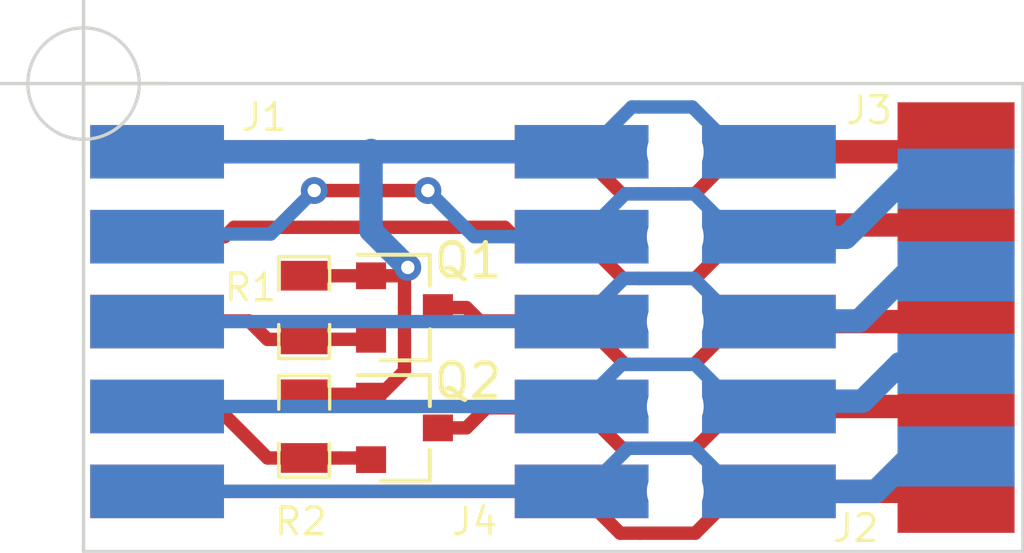
<source format=kicad_pcb>
(kicad_pcb (version 20171130) (host pcbnew 5.0.2-bee76a0~70~ubuntu16.04.1)

  (general
    (thickness 1.6)
    (drawings 5)
    (tracks 134)
    (zones 0)
    (modules 9)
    (nets 13)
  )

  (page USLetter)
  (title_block
    (title "Hermes-Lite DB9 Adapter")
    (date 2019-11-25)
    (rev 1.0)
    (company SofterHardware)
    (comment 1 "Steve Haynal KF7O")
  )

  (layers
    (0 F.Cu signal)
    (31 B.Cu signal)
    (32 B.Adhes user)
    (33 F.Adhes user)
    (34 B.Paste user)
    (35 F.Paste user)
    (36 B.SilkS user)
    (37 F.SilkS user)
    (38 B.Mask user)
    (39 F.Mask user)
    (40 Dwgs.User user hide)
    (41 Cmts.User user)
    (42 Eco1.User user)
    (43 Eco2.User user)
    (44 Edge.Cuts user)
    (45 Margin user)
    (46 B.CrtYd user)
    (47 F.CrtYd user hide)
    (48 B.Fab user)
    (49 F.Fab user hide)
  )

  (setup
    (last_trace_width 0.7)
    (user_trace_width 0.4)
    (user_trace_width 0.7)
    (trace_clearance 0.2)
    (zone_clearance 0.508)
    (zone_45_only no)
    (trace_min 0.2)
    (segment_width 0.2)
    (edge_width 0.1)
    (via_size 0.8)
    (via_drill 0.4)
    (via_min_size 0.4)
    (via_min_drill 0.3)
    (uvia_size 0.3)
    (uvia_drill 0.1)
    (uvias_allowed no)
    (uvia_min_size 0.2)
    (uvia_min_drill 0.1)
    (pcb_text_width 0.3)
    (pcb_text_size 1.5 1.5)
    (mod_edge_width 0.15)
    (mod_text_size 1 1)
    (mod_text_width 0.15)
    (pad_size 1.5 1.5)
    (pad_drill 0.6)
    (pad_to_mask_clearance 0)
    (solder_mask_min_width 0.25)
    (aux_axis_origin 142.9 61)
    (visible_elements FFFFFF7F)
    (pcbplotparams
      (layerselection 0x010fc_ffffffff)
      (usegerberextensions false)
      (usegerberattributes false)
      (usegerberadvancedattributes false)
      (creategerberjobfile false)
      (excludeedgelayer true)
      (linewidth 0.100000)
      (plotframeref false)
      (viasonmask false)
      (mode 1)
      (useauxorigin false)
      (hpglpennumber 1)
      (hpglpenspeed 20)
      (hpglpendiameter 15.000000)
      (psnegative false)
      (psa4output false)
      (plotreference true)
      (plotvalue true)
      (plotinvisibletext false)
      (padsonsilk false)
      (subtractmaskfromsilk false)
      (outputformat 1)
      (mirror false)
      (drillshape 1)
      (scaleselection 1)
      (outputdirectory ""))
  )

  (net 0 "")
  (net 1 VCC)
  (net 2 "Net-(J1-Pad9)")
  (net 3 "Net-(J1-Pad8)")
  (net 4 "Net-(J1-Pad7)")
  (net 5 "Net-(J1-Pad6)")
  (net 6 GNDS)
  (net 7 "Net-(J1-Pad4)")
  (net 8 "Net-(J1-Pad3)")
  (net 9 "Net-(J1-Pad2)")
  (net 10 "Net-(J1-Pad1)")
  (net 11 "Net-(J2-Pad2)")
  (net 12 "Net-(J2-Pad3)")

  (net_class Default "This is the default net class."
    (clearance 0.2)
    (trace_width 0.25)
    (via_dia 0.8)
    (via_drill 0.4)
    (uvia_dia 0.3)
    (uvia_drill 0.1)
    (add_net GNDS)
    (add_net "Net-(J1-Pad1)")
    (add_net "Net-(J1-Pad2)")
    (add_net "Net-(J1-Pad3)")
    (add_net "Net-(J1-Pad4)")
    (add_net "Net-(J1-Pad6)")
    (add_net "Net-(J1-Pad7)")
    (add_net "Net-(J1-Pad8)")
    (add_net "Net-(J1-Pad9)")
    (add_net "Net-(J2-Pad2)")
    (add_net "Net-(J2-Pad3)")
    (add_net VCC)
  )

  (module HERMESLITE:edge10 (layer F.Cu) (tedit 5DDE0003) (tstamp 5DEA7F15)
    (at 157.8 73.2 270)
    (path /5DDE161C)
    (fp_text reference J4 (at 0.9 3.2) (layer F.SilkS)
      (effects (font (size 0.8 0.8) (thickness 0.1)))
    )
    (fp_text value edge10 (at 2.9 5.6) (layer F.Fab)
      (effects (font (size 1 1) (thickness 0.15)))
    )
    (pad 1 smd rect (at 0 0 270) (size 1.6 4) (layers F.Cu F.Paste F.Mask)
      (net 10 "Net-(J1-Pad1)"))
    (pad 2 smd rect (at -2.54 0 270) (size 1.6 4) (layers F.Cu F.Paste F.Mask)
      (net 11 "Net-(J2-Pad2)"))
    (pad 3 smd rect (at -5.08 0 270) (size 1.6 4) (layers F.Cu F.Paste F.Mask)
      (net 12 "Net-(J2-Pad3)"))
    (pad 4 smd rect (at -7.62 0 270) (size 1.6 4) (layers F.Cu F.Paste F.Mask)
      (net 7 "Net-(J1-Pad4)"))
    (pad 5 smd rect (at -10.16 0 270) (size 1.6 4) (layers F.Cu F.Paste F.Mask)
      (net 6 GNDS))
    (pad 6 smd rect (at 0 0 270) (size 1.6 4) (layers B.Cu B.Paste B.Mask)
      (net 5 "Net-(J1-Pad6)"))
    (pad 7 smd rect (at -2.54 0 270) (size 1.6 4) (layers B.Cu B.Paste B.Mask)
      (net 4 "Net-(J1-Pad7)"))
    (pad 8 smd rect (at -5.08 0 270) (size 1.6 4) (layers B.Cu B.Paste B.Mask)
      (net 3 "Net-(J1-Pad8)"))
    (pad 9 smd rect (at -7.62 0 270) (size 1.6 4) (layers B.Cu B.Paste B.Mask)
      (net 2 "Net-(J1-Pad9)"))
    (pad 10 smd rect (at -10.16 0 270) (size 1.6 4) (layers B.Cu B.Paste B.Mask)
      (net 1 VCC))
  )

  (module HERMESLITE:edge10 (layer F.Cu) (tedit 5DDE0013) (tstamp 5DE9521D)
    (at 145.1 73.2 270)
    (path /5DE0F30F)
    (fp_text reference J1 (at -11.2 -3.2) (layer F.SilkS)
      (effects (font (size 0.8 0.8) (thickness 0.1)))
    )
    (fp_text value edge10 (at 3.4 0.7) (layer F.Fab)
      (effects (font (size 1 1) (thickness 0.15)))
    )
    (pad 10 smd rect (at -10.16 0 270) (size 1.6 4) (layers B.Cu B.Paste B.Mask)
      (net 1 VCC))
    (pad 9 smd rect (at -7.62 0 270) (size 1.6 4) (layers B.Cu B.Paste B.Mask)
      (net 2 "Net-(J1-Pad9)"))
    (pad 8 smd rect (at -5.08 0 270) (size 1.6 4) (layers B.Cu B.Paste B.Mask)
      (net 3 "Net-(J1-Pad8)"))
    (pad 7 smd rect (at -2.54 0 270) (size 1.6 4) (layers B.Cu B.Paste B.Mask)
      (net 4 "Net-(J1-Pad7)"))
    (pad 6 smd rect (at 0 0 270) (size 1.6 4) (layers B.Cu B.Paste B.Mask)
      (net 5 "Net-(J1-Pad6)"))
    (pad 5 smd rect (at -10.16 0 270) (size 1.6 4) (layers F.Cu F.Paste F.Mask)
      (net 6 GNDS))
    (pad 4 smd rect (at -7.62 0 270) (size 1.6 4) (layers F.Cu F.Paste F.Mask)
      (net 7 "Net-(J1-Pad4)"))
    (pad 3 smd rect (at -5.08 0 270) (size 1.6 4) (layers F.Cu F.Paste F.Mask)
      (net 8 "Net-(J1-Pad3)"))
    (pad 2 smd rect (at -2.54 0 270) (size 1.6 4) (layers F.Cu F.Paste F.Mask)
      (net 9 "Net-(J1-Pad2)"))
    (pad 1 smd rect (at 0 0 270) (size 1.6 4) (layers F.Cu F.Paste F.Mask)
      (net 10 "Net-(J1-Pad1)"))
  )

  (module HERMESLITE:edge10 (layer F.Cu) (tedit 5DDE002A) (tstamp 5DEA8436)
    (at 163.4 73.2 270)
    (path /5DE09D42)
    (fp_text reference J2 (at 1.1 -2.6) (layer F.SilkS)
      (effects (font (size 0.8 0.8) (thickness 0.1)))
    )
    (fp_text value edge10 (at 0 3 270) (layer F.Fab)
      (effects (font (size 1 1) (thickness 0.15)))
    )
    (pad 1 smd rect (at 0 0 270) (size 1.6 4) (layers F.Cu F.Paste F.Mask)
      (net 10 "Net-(J1-Pad1)"))
    (pad 2 smd rect (at -2.54 0 270) (size 1.6 4) (layers F.Cu F.Paste F.Mask)
      (net 11 "Net-(J2-Pad2)"))
    (pad 3 smd rect (at -5.08 0 270) (size 1.6 4) (layers F.Cu F.Paste F.Mask)
      (net 12 "Net-(J2-Pad3)"))
    (pad 4 smd rect (at -7.62 0 270) (size 1.6 4) (layers F.Cu F.Paste F.Mask)
      (net 7 "Net-(J1-Pad4)"))
    (pad 5 smd rect (at -10.16 0 270) (size 1.6 4) (layers F.Cu F.Paste F.Mask)
      (net 6 GNDS))
    (pad 6 smd rect (at 0 0 270) (size 1.6 4) (layers B.Cu B.Paste B.Mask)
      (net 5 "Net-(J1-Pad6)"))
    (pad 7 smd rect (at -2.54 0 270) (size 1.6 4) (layers B.Cu B.Paste B.Mask)
      (net 4 "Net-(J1-Pad7)"))
    (pad 8 smd rect (at -5.08 0 270) (size 1.6 4) (layers B.Cu B.Paste B.Mask)
      (net 3 "Net-(J1-Pad8)"))
    (pad 9 smd rect (at -7.62 0 270) (size 1.6 4) (layers B.Cu B.Paste B.Mask)
      (net 2 "Net-(J1-Pad9)"))
    (pad 10 smd rect (at -10.16 0 270) (size 1.6 4) (layers B.Cu B.Paste B.Mask)
      (net 1 VCC))
  )

  (module HERMESLITE:db9edge (layer F.Cu) (tedit 5DDE001F) (tstamp 5DE94F0F)
    (at 169 73.54 270)
    (path /5DDFB93C)
    (fp_text reference J3 (at -11.74 2.6) (layer F.SilkS)
      (effects (font (size 0.8 0.8) (thickness 0.1)))
    )
    (fp_text value DB9_Male (at 2.56 -1.3) (layer F.Fab)
      (effects (font (size 1 1) (thickness 0.15)))
    )
    (pad 1 smd rect (at 0 0 270) (size 1.8 3.5) (layers F.Cu F.Paste F.Mask)
      (net 10 "Net-(J1-Pad1)"))
    (pad 2 smd rect (at -2.77 0 270) (size 1.8 3.5) (layers F.Cu F.Paste F.Mask)
      (net 11 "Net-(J2-Pad2)"))
    (pad 3 smd rect (at -5.54 0 270) (size 1.8 3.5) (layers F.Cu F.Paste F.Mask)
      (net 12 "Net-(J2-Pad3)"))
    (pad 4 smd rect (at -8.31 0 270) (size 1.8 3.5) (layers F.Cu F.Paste F.Mask)
      (net 7 "Net-(J1-Pad4)"))
    (pad 5 smd rect (at -11.08 0 270) (size 1.8 3.5) (layers F.Cu F.Paste F.Mask)
      (net 6 GNDS))
    (pad 6 smd rect (at -1.385 0 270) (size 1.8 3.5) (layers B.Cu B.Paste B.Mask)
      (net 5 "Net-(J1-Pad6)"))
    (pad 7 smd rect (at -4.155 0 270) (size 1.8 3.5) (layers B.Cu B.Paste B.Mask)
      (net 4 "Net-(J1-Pad7)"))
    (pad 8 smd rect (at -6.925 0 270) (size 1.8 3.5) (layers B.Cu B.Paste B.Mask)
      (net 3 "Net-(J1-Pad8)"))
    (pad 9 smd rect (at -9.695 0 270) (size 1.8 3.5) (layers B.Cu B.Paste B.Mask)
      (net 2 "Net-(J1-Pad9)"))
  )

  (module Package_TO_SOT_SMD:SOT-23 (layer F.Cu) (tedit 5DDDF91D) (tstamp 5DEA815B)
    (at 152.5 67.7)
    (descr "SOT-23, Standard")
    (tags SOT-23)
    (path /5DE0E5CA)
    (attr smd)
    (fp_text reference Q1 (at 1.9 -1.4) (layer F.SilkS)
      (effects (font (size 1 1) (thickness 0.15)))
    )
    (fp_text value BSS138 (at 0 2.5) (layer F.Fab) hide
      (effects (font (size 1 1) (thickness 0.15)))
    )
    (fp_line (start 0.76 1.58) (end -0.7 1.58) (layer F.SilkS) (width 0.12))
    (fp_line (start 0.76 -1.58) (end -1.4 -1.58) (layer F.SilkS) (width 0.12))
    (fp_line (start -1.7 1.75) (end -1.7 -1.75) (layer F.CrtYd) (width 0.05))
    (fp_line (start 1.7 1.75) (end -1.7 1.75) (layer F.CrtYd) (width 0.05))
    (fp_line (start 1.7 -1.75) (end 1.7 1.75) (layer F.CrtYd) (width 0.05))
    (fp_line (start -1.7 -1.75) (end 1.7 -1.75) (layer F.CrtYd) (width 0.05))
    (fp_line (start 0.76 -1.58) (end 0.76 -0.65) (layer F.SilkS) (width 0.12))
    (fp_line (start 0.76 1.58) (end 0.76 0.65) (layer F.SilkS) (width 0.12))
    (fp_line (start -0.7 1.52) (end 0.7 1.52) (layer F.Fab) (width 0.1))
    (fp_line (start 0.7 -1.52) (end 0.7 1.52) (layer F.Fab) (width 0.1))
    (fp_line (start -0.7 -0.95) (end -0.15 -1.52) (layer F.Fab) (width 0.1))
    (fp_line (start -0.15 -1.52) (end 0.7 -1.52) (layer F.Fab) (width 0.1))
    (fp_line (start -0.7 -0.95) (end -0.7 1.5) (layer F.Fab) (width 0.1))
    (fp_text user %R (at 0 0 90) (layer F.Fab)
      (effects (font (size 0.5 0.5) (thickness 0.075)))
    )
    (pad 3 smd rect (at 1 0) (size 0.9 0.8) (layers F.Cu F.Paste F.Mask)
      (net 12 "Net-(J2-Pad3)"))
    (pad 2 smd rect (at -1 0.95) (size 0.9 0.8) (layers F.Cu F.Paste F.Mask)
      (net 8 "Net-(J1-Pad3)"))
    (pad 1 smd rect (at -1 -0.95) (size 0.9 0.8) (layers F.Cu F.Paste F.Mask)
      (net 1 VCC))
    (model ${KISYS3DMOD}/Package_TO_SOT_SMD.3dshapes/SOT-23.wrl
      (at (xyz 0 0 0))
      (scale (xyz 1 1 1))
      (rotate (xyz 0 0 0))
    )
  )

  (module Package_TO_SOT_SMD:SOT-23 (layer F.Cu) (tedit 5DDDF925) (tstamp 5DEA81FD)
    (at 152.5 71.3)
    (descr "SOT-23, Standard")
    (tags SOT-23)
    (path /5DE2863E)
    (attr smd)
    (fp_text reference Q2 (at 1.9 -1.4) (layer F.SilkS)
      (effects (font (size 1 1) (thickness 0.15)))
    )
    (fp_text value BSS138 (at 0 2.5) (layer F.Fab) hide
      (effects (font (size 1 1) (thickness 0.15)))
    )
    (fp_text user %R (at 0 0 90) (layer F.Fab)
      (effects (font (size 0.5 0.5) (thickness 0.075)))
    )
    (fp_line (start -0.7 -0.95) (end -0.7 1.5) (layer F.Fab) (width 0.1))
    (fp_line (start -0.15 -1.52) (end 0.7 -1.52) (layer F.Fab) (width 0.1))
    (fp_line (start -0.7 -0.95) (end -0.15 -1.52) (layer F.Fab) (width 0.1))
    (fp_line (start 0.7 -1.52) (end 0.7 1.52) (layer F.Fab) (width 0.1))
    (fp_line (start -0.7 1.52) (end 0.7 1.52) (layer F.Fab) (width 0.1))
    (fp_line (start 0.76 1.58) (end 0.76 0.65) (layer F.SilkS) (width 0.12))
    (fp_line (start 0.76 -1.58) (end 0.76 -0.65) (layer F.SilkS) (width 0.12))
    (fp_line (start -1.7 -1.75) (end 1.7 -1.75) (layer F.CrtYd) (width 0.05))
    (fp_line (start 1.7 -1.75) (end 1.7 1.75) (layer F.CrtYd) (width 0.05))
    (fp_line (start 1.7 1.75) (end -1.7 1.75) (layer F.CrtYd) (width 0.05))
    (fp_line (start -1.7 1.75) (end -1.7 -1.75) (layer F.CrtYd) (width 0.05))
    (fp_line (start 0.76 -1.58) (end -1.4 -1.58) (layer F.SilkS) (width 0.12))
    (fp_line (start 0.76 1.58) (end -0.7 1.58) (layer F.SilkS) (width 0.12))
    (pad 1 smd rect (at -1 -0.95) (size 0.9 0.8) (layers F.Cu F.Paste F.Mask)
      (net 1 VCC))
    (pad 2 smd rect (at -1 0.95) (size 0.9 0.8) (layers F.Cu F.Paste F.Mask)
      (net 9 "Net-(J1-Pad2)"))
    (pad 3 smd rect (at 1 0) (size 0.9 0.8) (layers F.Cu F.Paste F.Mask)
      (net 11 "Net-(J2-Pad2)"))
    (model ${KISYS3DMOD}/Package_TO_SOT_SMD.3dshapes/SOT-23.wrl
      (at (xyz 0 0 0))
      (scale (xyz 1 1 1))
      (rotate (xyz 0 0 0))
    )
  )

  (module HERMESLITE:SMD-0805 (layer F.Cu) (tedit 5796CB05) (tstamp 5DEA8481)
    (at 149.5 67.7 270)
    (path /5DE0E5C4)
    (attr smd)
    (fp_text reference R1 (at -0.6 1.6) (layer F.SilkS)
      (effects (font (size 0.8 0.8) (thickness 0.1)))
    )
    (fp_text value 10K (at 0 0.381 270) (layer F.SilkS) hide
      (effects (font (size 0.8 0.8) (thickness 0.1)))
    )
    (fp_line (start 1.524 0.762) (end 0.508 0.762) (layer F.SilkS) (width 0.1))
    (fp_line (start 1.524 -0.762) (end 1.524 0.762) (layer F.SilkS) (width 0.1))
    (fp_line (start 0.508 -0.762) (end 1.524 -0.762) (layer F.SilkS) (width 0.1))
    (fp_line (start -1.524 -0.762) (end -0.508 -0.762) (layer F.SilkS) (width 0.1))
    (fp_line (start -1.524 0.762) (end -1.524 -0.762) (layer F.SilkS) (width 0.1))
    (fp_line (start -0.508 0.762) (end -1.524 0.762) (layer F.SilkS) (width 0.1))
    (pad 2 smd rect (at 0.9525 0 270) (size 0.889 1.397) (layers F.Cu F.Paste F.Mask)
      (net 8 "Net-(J1-Pad3)"))
    (pad 1 smd rect (at -0.9525 0 270) (size 0.889 1.397) (layers F.Cu F.Paste F.Mask)
      (net 1 VCC))
    (model smd/chip_cms.wrl
      (at (xyz 0 0 0))
      (scale (xyz 0.1 0.1 0.1))
      (rotate (xyz 0 0 0))
    )
  )

  (module HERMESLITE:SMD-0805 (layer F.Cu) (tedit 5796CB05) (tstamp 5DE94F51)
    (at 149.5 71.2475 270)
    (path /5DE28638)
    (attr smd)
    (fp_text reference R2 (at 2.8525 0.1) (layer F.SilkS)
      (effects (font (size 0.8 0.8) (thickness 0.1)))
    )
    (fp_text value 10K (at 0 0.381 270) (layer F.SilkS) hide
      (effects (font (size 0.8 0.8) (thickness 0.1)))
    )
    (fp_line (start -0.508 0.762) (end -1.524 0.762) (layer F.SilkS) (width 0.1))
    (fp_line (start -1.524 0.762) (end -1.524 -0.762) (layer F.SilkS) (width 0.1))
    (fp_line (start -1.524 -0.762) (end -0.508 -0.762) (layer F.SilkS) (width 0.1))
    (fp_line (start 0.508 -0.762) (end 1.524 -0.762) (layer F.SilkS) (width 0.1))
    (fp_line (start 1.524 -0.762) (end 1.524 0.762) (layer F.SilkS) (width 0.1))
    (fp_line (start 1.524 0.762) (end 0.508 0.762) (layer F.SilkS) (width 0.1))
    (pad 1 smd rect (at -0.9525 0 270) (size 0.889 1.397) (layers F.Cu F.Paste F.Mask)
      (net 1 VCC))
    (pad 2 smd rect (at 0.9525 0 270) (size 0.889 1.397) (layers F.Cu F.Paste F.Mask)
      (net 9 "Net-(J1-Pad2)"))
    (model smd/chip_cms.wrl
      (at (xyz 0 0 0))
      (scale (xyz 0.1 0.1 0.1))
      (rotate (xyz 0 0 0))
    )
  )

  (module HERMESLITE:break10 (layer F.Cu) (tedit 5DDE0036) (tstamp 5DE95F58)
    (at 160.6 73.2)
    (fp_text reference B1 (at -6 -11.4) (layer F.SilkS) hide
      (effects (font (size 1 1) (thickness 0.15)))
    )
    (fp_text value break10 (at 0 2.54) (layer F.Fab)
      (effects (font (size 1 1) (thickness 0.15)))
    )
    (pad "" np_thru_hole circle (at 0 -10.16) (size 1.7 1.7) (drill 1.7) (layers *.Cu *.Mask))
    (pad "" np_thru_hole circle (at 0 -7.62) (size 1.7 1.7) (drill 1.7) (layers *.Cu *.Mask))
    (pad "" np_thru_hole circle (at 0 -5.08) (size 1.7 1.7) (drill 1.7) (layers *.Cu *.Mask))
    (pad "" np_thru_hole circle (at 0 -2.54) (size 1.7 1.7) (drill 1.7) (layers *.Cu *.Mask))
    (pad "" np_thru_hole circle (at 0 0) (size 1.7 1.7) (drill 1.7) (layers *.Cu *.Mask))
  )

  (target plus (at 142.9 61) (size 5) (width 0.1) (layer Edge.Cuts))
  (gr_line (start 142.9 75) (end 171 75) (layer Edge.Cuts) (width 0.1))
  (gr_line (start 142.9 61) (end 142.9 75) (layer Edge.Cuts) (width 0.1))
  (gr_line (start 171 61) (end 142.9 61) (layer Edge.Cuts) (width 0.1))
  (gr_line (start 171 75) (end 171 61) (layer Edge.Cuts) (width 0.1))

  (segment (start 162.450002 63.04) (end 161.110002 61.7) (width 0.4) (layer B.Cu) (net 1))
  (segment (start 163.4 63.04) (end 162.450002 63.04) (width 0.4) (layer B.Cu) (net 1))
  (segment (start 161.110002 61.7) (end 159.5 61.7) (width 0.4) (layer B.Cu) (net 1))
  (segment (start 159.5 61.7) (end 159.3 61.7) (width 0.4) (layer B.Cu) (net 1))
  (segment (start 159.3 61.7) (end 157.9 63.1) (width 0.4) (layer B.Cu) (net 1))
  (segment (start 151.5 66.75) (end 151.55 66.75) (width 0.4) (layer F.Cu) (net 1))
  (segment (start 152.5 67.7) (end 152.5 69.3) (width 0.4) (layer F.Cu) (net 1))
  (segment (start 152.5 69.3) (end 152.5 69.5) (width 0.4) (layer F.Cu) (net 1))
  (segment (start 152.5 69.5) (end 152.5 69.6) (width 0.4) (layer F.Cu) (net 1))
  (segment (start 152.5 69.6) (end 151.7 70.4) (width 0.4) (layer F.Cu) (net 1))
  (segment (start 151.7 70.4) (end 151.5 70.4) (width 0.4) (layer F.Cu) (net 1))
  (segment (start 149.5 70.295) (end 151.495 70.295) (width 0.4) (layer F.Cu) (net 1))
  (segment (start 151.495 70.295) (end 151.5 70.3) (width 0.4) (layer F.Cu) (net 1))
  (segment (start 151.5 66.75) (end 149.65 66.75) (width 0.4) (layer F.Cu) (net 1))
  (segment (start 149.65 66.75) (end 149.6 66.8) (width 0.4) (layer F.Cu) (net 1))
  (segment (start 157.8 63.04) (end 145.14 63.04) (width 0.7) (layer B.Cu) (net 1))
  (segment (start 145.14 63.04) (end 145.18 63) (width 0.7) (layer B.Cu) (net 1))
  (via (at 152.6 66.5) (size 0.8) (drill 0.4) (layers F.Cu B.Cu) (net 1))
  (segment (start 152.5 66.6) (end 152.6 66.5) (width 0.4) (layer F.Cu) (net 1))
  (segment (start 152.5 67.7) (end 152.5 66.6) (width 0.4) (layer F.Cu) (net 1))
  (segment (start 151.5 66.75) (end 152.35 66.75) (width 0.4) (layer F.Cu) (net 1))
  (segment (start 152.35 66.75) (end 152.6 66.5) (width 0.4) (layer F.Cu) (net 1))
  (segment (start 152.6 66.5) (end 151.5 65.4) (width 0.7) (layer B.Cu) (net 1))
  (segment (start 151.5 65.4) (end 151.5 63) (width 0.7) (layer B.Cu) (net 1))
  (segment (start 162.450002 65.58) (end 161.170002 64.3) (width 0.4) (layer B.Cu) (net 2))
  (segment (start 163.4 65.58) (end 162.450002 65.58) (width 0.4) (layer B.Cu) (net 2))
  (segment (start 161.170002 64.3) (end 159.5 64.3) (width 0.4) (layer B.Cu) (net 2))
  (segment (start 169 63.845) (end 167.555 63.845) (width 0.7) (layer B.Cu) (net 2))
  (segment (start 169 63.845) (end 167.455 63.845) (width 0.7) (layer B.Cu) (net 2))
  (segment (start 167.455 63.845) (end 165.9 65.4) (width 0.7) (layer B.Cu) (net 2))
  (segment (start 165.9 65.4) (end 165.7 65.6) (width 0.7) (layer B.Cu) (net 2))
  (segment (start 165.7 65.6) (end 163.5 65.6) (width 0.7) (layer B.Cu) (net 2))
  (segment (start 159.5 64.3) (end 159.1 64.3) (width 0.4) (layer B.Cu) (net 2))
  (segment (start 159.1 64.3) (end 157.8 65.6) (width 0.4) (layer B.Cu) (net 2))
  (via (at 153.2 64.2) (size 0.8) (drill 0.4) (layers F.Cu B.Cu) (net 2))
  (segment (start 157.8 65.58) (end 154.58 65.58) (width 0.4) (layer B.Cu) (net 2))
  (segment (start 154.58 65.58) (end 153.2 64.2) (width 0.4) (layer B.Cu) (net 2))
  (via (at 149.8 64.2) (size 0.8) (drill 0.4) (layers F.Cu B.Cu) (net 2))
  (segment (start 153.2 64.2) (end 149.8 64.2) (width 0.4) (layer F.Cu) (net 2))
  (segment (start 149.8 64.2) (end 148.5 65.5) (width 0.4) (layer B.Cu) (net 2))
  (segment (start 148.5 65.5) (end 145.1 65.5) (width 0.4) (layer B.Cu) (net 2))
  (segment (start 161.160003 66.830001) (end 159.530001 66.830001) (width 0.4) (layer B.Cu) (net 3))
  (segment (start 162.450002 68.12) (end 161.160003 66.830001) (width 0.4) (layer B.Cu) (net 3))
  (segment (start 163.4 68.12) (end 162.450002 68.12) (width 0.4) (layer B.Cu) (net 3))
  (segment (start 169 66.615) (end 167.585 66.615) (width 0.7) (layer B.Cu) (net 3))
  (segment (start 167.585 66.615) (end 166.8 67.4) (width 0.7) (layer B.Cu) (net 3))
  (segment (start 166.8 67.4) (end 166.1 68.1) (width 0.7) (layer B.Cu) (net 3))
  (segment (start 166.1 68.1) (end 163.3 68.1) (width 0.7) (layer B.Cu) (net 3))
  (segment (start 159.530001 66.830001) (end 159.069999 66.830001) (width 0.4) (layer B.Cu) (net 3))
  (segment (start 159.069999 66.830001) (end 157.8 68.1) (width 0.4) (layer B.Cu) (net 3))
  (segment (start 145.1 68.12) (end 157.68 68.12) (width 0.4) (layer B.Cu) (net 3))
  (segment (start 157.68 68.12) (end 157.7 68.1) (width 0.4) (layer B.Cu) (net 3))
  (segment (start 162.450002 70.66) (end 161.190002 69.4) (width 0.4) (layer B.Cu) (net 4))
  (segment (start 163.4 70.66) (end 162.450002 70.66) (width 0.4) (layer B.Cu) (net 4))
  (segment (start 161.190002 69.4) (end 159.7 69.4) (width 0.4) (layer B.Cu) (net 4))
  (segment (start 159.7 69.4) (end 159.5 69.4) (width 0.4) (layer B.Cu) (net 4))
  (segment (start 169 69.385) (end 167.315 69.385) (width 0.7) (layer B.Cu) (net 4))
  (segment (start 167.315 69.385) (end 166.2 70.5) (width 0.7) (layer B.Cu) (net 4))
  (segment (start 166.2 70.5) (end 163.9 70.5) (width 0.7) (layer B.Cu) (net 4))
  (segment (start 159.5 69.4) (end 159 69.4) (width 0.4) (layer B.Cu) (net 4))
  (segment (start 159 69.4) (end 157.8 70.6) (width 0.4) (layer B.Cu) (net 4))
  (segment (start 145.1 70.66) (end 157.64 70.66) (width 0.4) (layer B.Cu) (net 4))
  (segment (start 157.64 70.66) (end 157.7 70.6) (width 0.4) (layer B.Cu) (net 4))
  (segment (start 161.160003 71.910001) (end 159.510001 71.910001) (width 0.4) (layer B.Cu) (net 5))
  (segment (start 162.450002 73.2) (end 161.160003 71.910001) (width 0.4) (layer B.Cu) (net 5))
  (segment (start 163.4 73.2) (end 162.450002 73.2) (width 0.4) (layer B.Cu) (net 5))
  (segment (start 169 72.155) (end 167.645 72.155) (width 0.7) (layer B.Cu) (net 5))
  (segment (start 167.645 72.155) (end 166.6 73.2) (width 0.7) (layer B.Cu) (net 5))
  (segment (start 166.6 73.2) (end 163.6 73.2) (width 0.7) (layer B.Cu) (net 5))
  (segment (start 159.510001 71.910001) (end 159.189999 71.910001) (width 0.4) (layer B.Cu) (net 5))
  (segment (start 159.189999 71.910001) (end 157.9 73.2) (width 0.4) (layer B.Cu) (net 5))
  (segment (start 145.1 73.2) (end 157.8 73.2) (width 0.4) (layer B.Cu) (net 5))
  (segment (start 162.450002 63.04) (end 161.190002 64.3) (width 0.4) (layer F.Cu) (net 6))
  (segment (start 163.4 63.04) (end 162.450002 63.04) (width 0.4) (layer F.Cu) (net 6))
  (segment (start 161.190002 64.3) (end 160.7 64.3) (width 0.4) (layer F.Cu) (net 6))
  (segment (start 160.7 64.3) (end 159.5 64.3) (width 0.4) (layer F.Cu) (net 6))
  (segment (start 168.42 63.04) (end 169 62.46) (width 0.7) (layer F.Cu) (net 6))
  (segment (start 163.4 63.04) (end 168.42 63.04) (width 0.7) (layer F.Cu) (net 6))
  (segment (start 159.5 64.3) (end 159 64.3) (width 0.4) (layer F.Cu) (net 6))
  (segment (start 159 64.3) (end 157.8 63.1) (width 0.4) (layer F.Cu) (net 6))
  (segment (start 145.1 63.04) (end 157.76 63.04) (width 0.7) (layer F.Cu) (net 6))
  (segment (start 157.76 63.04) (end 157.8 63) (width 0.7) (layer F.Cu) (net 6))
  (segment (start 161.200001 66.830001) (end 159.530001 66.830001) (width 0.4) (layer F.Cu) (net 7))
  (segment (start 162.450002 65.58) (end 161.200001 66.830001) (width 0.4) (layer F.Cu) (net 7))
  (segment (start 163.4 65.58) (end 162.450002 65.58) (width 0.4) (layer F.Cu) (net 7))
  (segment (start 163.75 65.23) (end 163.4 65.58) (width 0.7) (layer F.Cu) (net 7))
  (segment (start 169 65.23) (end 163.75 65.23) (width 0.7) (layer F.Cu) (net 7))
  (segment (start 159.530001 66.830001) (end 159.030001 66.830001) (width 0.4) (layer F.Cu) (net 7))
  (segment (start 159.030001 66.830001) (end 157.8 65.6) (width 0.4) (layer F.Cu) (net 7))
  (segment (start 157.68 65.58) (end 157.7 65.6) (width 0.4) (layer F.Cu) (net 7))
  (segment (start 157.8 65.58) (end 155.78 65.58) (width 0.4) (layer F.Cu) (net 7))
  (segment (start 155.78 65.58) (end 155.5 65.3) (width 0.4) (layer F.Cu) (net 7))
  (segment (start 155.5 65.3) (end 150.3 65.3) (width 0.4) (layer F.Cu) (net 7))
  (segment (start 145.1 65.58) (end 147.12 65.58) (width 0.4) (layer F.Cu) (net 7))
  (segment (start 147.12 65.58) (end 147.4 65.3) (width 0.4) (layer F.Cu) (net 7))
  (segment (start 147.4 65.3) (end 150.3 65.3) (width 0.4) (layer F.Cu) (net 7))
  (segment (start 151.5 68.65) (end 149.55 68.65) (width 0.4) (layer F.Cu) (net 8))
  (segment (start 149.55 68.65) (end 149.6 68.6) (width 0.4) (layer F.Cu) (net 8))
  (segment (start 148.4015 68.6525) (end 147.849 68.1) (width 0.4) (layer F.Cu) (net 8))
  (segment (start 149.5 68.6525) (end 148.4015 68.6525) (width 0.4) (layer F.Cu) (net 8))
  (segment (start 147.849 68.1) (end 145.3 68.1) (width 0.4) (layer F.Cu) (net 8))
  (segment (start 149.5 72.2) (end 150.5985 72.2) (width 0.4) (layer F.Cu) (net 9))
  (segment (start 150.5985 72.2) (end 151.5 72.2) (width 0.4) (layer F.Cu) (net 9))
  (segment (start 148.4015 72.2) (end 146.9015 70.7) (width 0.4) (layer F.Cu) (net 9))
  (segment (start 149.5 72.2) (end 148.4015 72.2) (width 0.4) (layer F.Cu) (net 9))
  (segment (start 146.9015 70.7) (end 145.1 70.7) (width 0.4) (layer F.Cu) (net 9))
  (segment (start 161.200001 74.450001) (end 159.550001 74.450001) (width 0.4) (layer F.Cu) (net 10))
  (segment (start 162.450002 73.2) (end 161.200001 74.450001) (width 0.4) (layer F.Cu) (net 10))
  (segment (start 163.4 73.2) (end 162.450002 73.2) (width 0.4) (layer F.Cu) (net 10))
  (segment (start 168.66 73.2) (end 169 73.54) (width 0.7) (layer F.Cu) (net 10))
  (segment (start 163.4 73.2) (end 168.66 73.2) (width 0.7) (layer F.Cu) (net 10))
  (segment (start 159.550001 74.450001) (end 158.950001 74.450001) (width 0.4) (layer F.Cu) (net 10))
  (segment (start 158.950001 74.450001) (end 157.8 73.3) (width 0.4) (layer F.Cu) (net 10))
  (segment (start 145.1 73.2) (end 157.8 73.2) (width 0.4) (layer F.Cu) (net 10))
  (segment (start 161.200001 71.910001) (end 159.510001 71.910001) (width 0.4) (layer F.Cu) (net 11))
  (segment (start 162.450002 70.66) (end 161.200001 71.910001) (width 0.4) (layer F.Cu) (net 11))
  (segment (start 163.4 70.66) (end 162.450002 70.66) (width 0.4) (layer F.Cu) (net 11))
  (segment (start 168.89 70.66) (end 169 70.77) (width 0.7) (layer F.Cu) (net 11))
  (segment (start 163.4 70.66) (end 168.89 70.66) (width 0.7) (layer F.Cu) (net 11))
  (segment (start 159.510001 71.910001) (end 159.010001 71.910001) (width 0.4) (layer F.Cu) (net 11))
  (segment (start 159.010001 71.910001) (end 157.8 70.7) (width 0.4) (layer F.Cu) (net 11))
  (segment (start 154.35 71.3) (end 154.95 70.7) (width 0.4) (layer F.Cu) (net 11))
  (segment (start 153.5 71.3) (end 154.35 71.3) (width 0.4) (layer F.Cu) (net 11))
  (segment (start 154.95 70.7) (end 157.8 70.7) (width 0.4) (layer F.Cu) (net 11))
  (segment (start 162.450002 68.12) (end 161.170002 69.4) (width 0.4) (layer F.Cu) (net 12))
  (segment (start 163.4 68.12) (end 162.450002 68.12) (width 0.4) (layer F.Cu) (net 12))
  (segment (start 161.170002 69.4) (end 159.5 69.4) (width 0.4) (layer F.Cu) (net 12))
  (segment (start 168.88 68.12) (end 169 68) (width 0.7) (layer F.Cu) (net 12))
  (segment (start 163.4 68.12) (end 168.88 68.12) (width 0.7) (layer F.Cu) (net 12))
  (segment (start 159.5 69.4) (end 159.1 69.4) (width 0.4) (layer F.Cu) (net 12))
  (segment (start 159.1 69.4) (end 157.8 68.1) (width 0.4) (layer F.Cu) (net 12))
  (segment (start 154.35 67.7) (end 154.75 68.1) (width 0.4) (layer F.Cu) (net 12))
  (segment (start 153.5 67.7) (end 154.35 67.7) (width 0.4) (layer F.Cu) (net 12))
  (segment (start 154.75 68.1) (end 157.7 68.1) (width 0.4) (layer F.Cu) (net 12))

)

</source>
